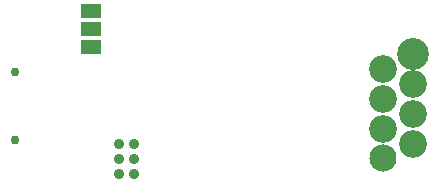
<source format=gbs>
G04 EAGLE Gerber RS-274X export*
G75*
%MOMM*%
%FSLAX34Y34*%
%LPD*%
%INSoldermask Bottom*%
%IPPOS*%
%AMOC8*
5,1,8,0,0,1.08239X$1,22.5*%
G01*
%ADD10C,0.751600*%
%ADD11C,2.301600*%
%ADD12C,2.701600*%
%ADD13C,2.351600*%
%ADD14R,1.701800X1.270000*%
%ADD15C,0.901600*%


D10*
X50550Y128900D03*
X50550Y71100D03*
D11*
X362300Y55950D03*
D12*
X387700Y144050D03*
D13*
X362300Y80950D03*
X362300Y106350D03*
X362300Y131750D03*
X387700Y68250D03*
X387700Y93650D03*
X387700Y119050D03*
D14*
X115000Y149760D03*
X115000Y165000D03*
X115000Y180240D03*
D15*
X138650Y42300D03*
X151350Y42300D03*
X138650Y55000D03*
X151350Y55000D03*
X138650Y67700D03*
X151350Y67700D03*
M02*

</source>
